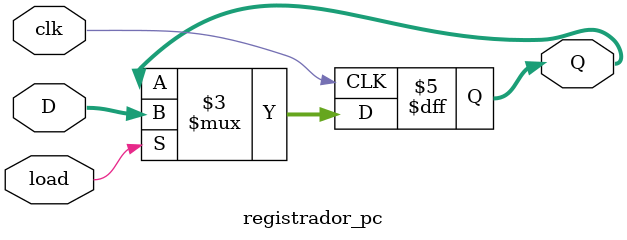
<source format=v>
/* Grupo 15
Aluno: Pedro Freitas Fassini, NUSP: 12566571
Aluno: Antônio Freitas Fassini, NUSP:12551032 
Aluno: Gustavo Scardino, NUSP: 11797229
Arquivo: Código do Registrador Parametrizável*/



module registrador_pc #(parameter N=64) 
(
    input [N-1:0] D,
    input load,
    input clk,
    output  reg signed [N-1:0] Q
);
    


always @(posedge clk ) begin
    
    if (load) Q <= D;
end

initial begin
    Q =64'd0;
end

endmodule
</source>
